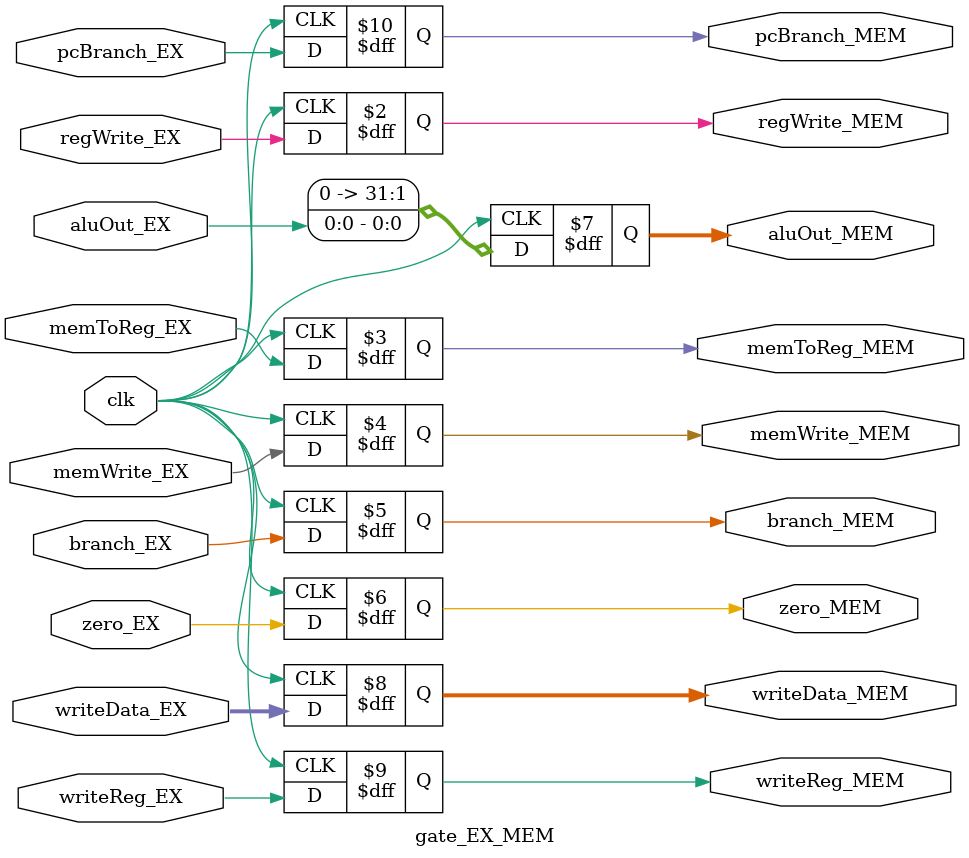
<source format=v>
module gate_EX_MEM (

  input clk,

  // control signals
  output reg regWrite_MEM,
  output reg memToReg_MEM,
  output reg memWrite_MEM,
  output reg branch_MEM,

  input regWrite_EX,
  input memToReg_EX,
  input memWrite_EX,
  input branch_EX,
   
  // cpu wires
  output reg zero_MEM,
  output reg [31:0] aluOut_MEM,
  output reg [31:0] writeData_MEM,
  output reg writeReg_MEM,
  output reg pcBranch_MEM,

  input zero_EX,
  input aluOut_EX,
  input writeReg_EX,
  input [31:0] writeData_EX,
  input pcBranch_EX
);
	
	always @(posedge clk) begin
		// control signals
		regWrite_MEM <= regWrite_EX;
		memToReg_MEM <= memToReg_EX;
		memWrite_MEM <= memWrite_EX;
		branch_MEM <= branch_EX;

		// cpu wires
		zero_MEM <= zero_EX;
		aluOut_MEM <= aluOut_EX;
		writeData_MEM <= writeData_EX;
		writeReg_MEM <= writeReg_EX;
		pcBranch_MEM <= pcBranch_EX;		
	end
endmodule

</source>
